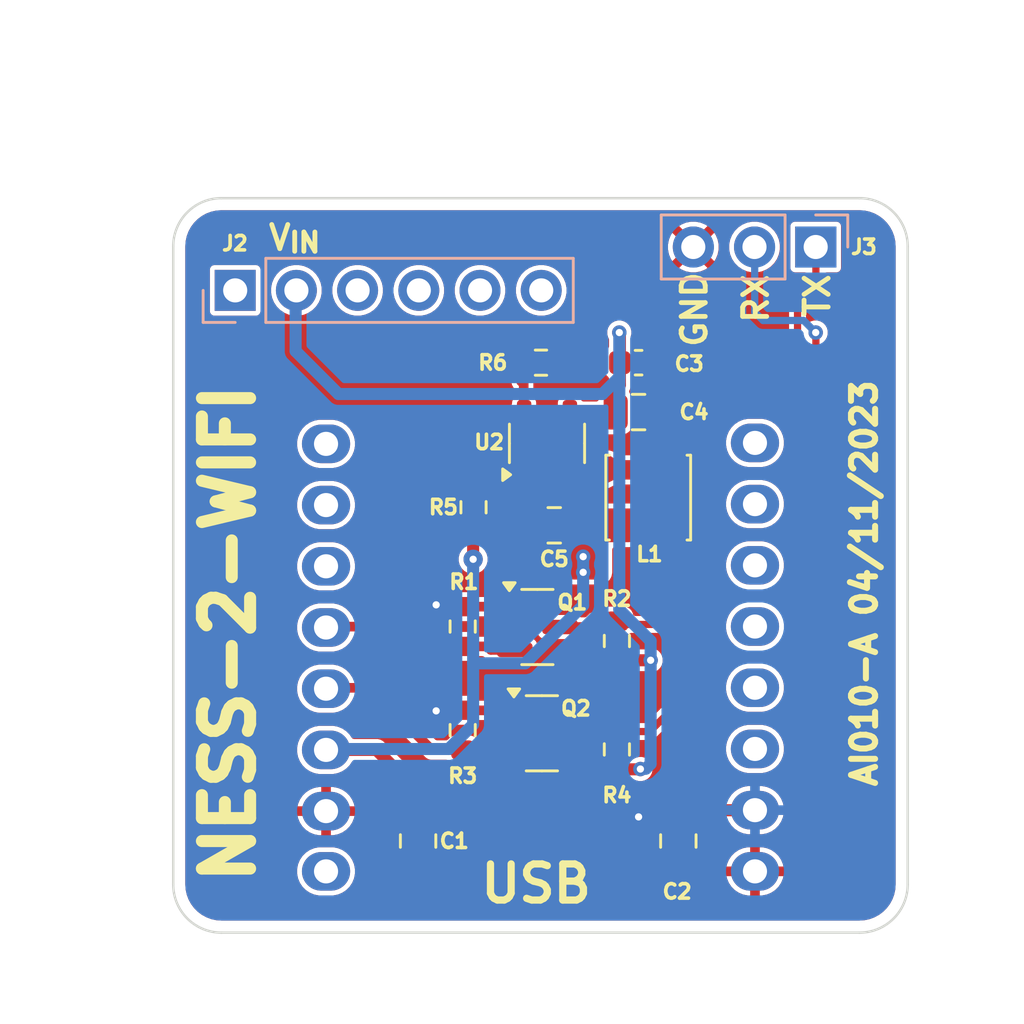
<source format=kicad_pcb>
(kicad_pcb (version 20241229) (generator "pcbnew") (generator_version "9.0")
  (layers (0 "F.Cu" signal) (2 "B.Cu" signal) (13 "F.Paste" user) (15 "B.Paste" user) (5 "F.SilkS" user "F.Silkscreen") (7 "B.SilkS" user "B.Silkscreen") (1 "F.Mask" user) (3 "B.Mask" user) (25 "Edge.Cuts" user))
  (net 0 "")
  (net 1 "GND")
  (net 2 "+5V")
  (net 3 "+3.3V")
  (net 4 "VDD")
  (net 10 "/RX")
  (net 11 "/TX")
  (net 12 "Net-(U2-PH)")
  (net 13 "/TX*")
  (net 14 "/RX*")
  (net 15 "Net-(U2-FB)")
  (footprint "Package_TO_SOT_SMD:SOT-23" (layer "F.Cu") (at 114.9875 102.93)
    (property "Reference" "Q2" (at 1.4125 -1.03 0) (layer "F.SilkS") (effects (font (size 0.6 0.6) (thickness 0.4))))
    (property "Value" "BSS123K-TP")
    (fp_line (start 0 -1.56) (end -0.65 -1.56) (stroke (width 0.12)) (layer "F.SilkS"))
    (fp_line (start 0 -1.56) (end 0.65 -1.56) (stroke (width 0.12)) (layer "F.SilkS"))
    (fp_line (start 0 1.56) (end -0.65 1.56) (stroke (width 0.12)) (layer "F.SilkS"))
    (fp_line (start 0 1.56) (end 0.65 1.56) (stroke (width 0.12)) (layer "F.SilkS"))
    (fp_poly (pts (xy -1.1625 -1.51) (xy -1.4025 -1.84) (xy -0.9225 -1.84)) (stroke (width 0.12)) (fill yes) (layer "F.SilkS"))
    (pad "1" smd roundrect (at -0.9375 -0.95) (size 1.475 0.6) (layers "F.Cu" "F.Mask" "F.Paste") (net 3 "+3.3V"))
    (pad "2" smd roundrect (at -0.9375 0.95) (size 1.475 0.6) (layers "F.Cu" "F.Mask" "F.Paste") (net 14 "/RX*"))
    (pad "3" smd roundrect (at 0.9375 0) (size 1.475 0.6) (layers "F.Cu" "F.Mask" "F.Paste") (net 10 "/RX"))
  )
  (footprint "Capacitor_SMD:C_0603_1608Metric" (layer "F.Cu") (at 119 87.55)
    (property "Reference" "C3" (at 2.1 0.05 0) (layer "F.SilkS") (effects (font (size 0.6 0.6) (thickness 0.4))))
    (property "Value" "100n0")
    (fp_line (start -0.14058 -0.51) (end 0.14058 -0.51) (stroke (width 0.12)) (layer "F.SilkS"))
    (fp_line (start -0.14058 0.51) (end 0.14058 0.51) (stroke (width 0.12)) (layer "F.SilkS"))
    (pad "1" smd roundrect (at -0.775 0) (size 0.9 0.95) (layers "F.Cu" "F.Mask" "F.Paste") (net 4 "VDD"))
    (pad "2" smd roundrect (at 0.775 0) (size 0.9 0.95) (layers "F.Cu" "F.Mask" "F.Paste") (net 1 "GND"))
  )
  (footprint "Package_TO_SOT_SMD:SOT-23" (layer "F.Cu") (at 114.8 98.52)
    (property "Reference" "Q1" (at 1.45 -1.02 0) (layer "F.SilkS") (effects (font (size 0.6 0.6) (thickness 0.4))))
    (property "Value" "BSS123K-TP")
    (fp_line (start 0 -1.56) (end -0.65 -1.56) (stroke (width 0.12)) (layer "F.SilkS"))
    (fp_line (start 0 -1.56) (end 0.65 -1.56) (stroke (width 0.12)) (layer "F.SilkS"))
    (fp_line (start 0 1.56) (end -0.65 1.56) (stroke (width 0.12)) (layer "F.SilkS"))
    (fp_line (start 0 1.56) (end 0.65 1.56) (stroke (width 0.12)) (layer "F.SilkS"))
    (fp_poly (pts (xy -1.1625 -1.51) (xy -1.4025 -1.84) (xy -0.9225 -1.84)) (stroke (width 0.12)) (fill yes) (layer "F.SilkS"))
    (pad "1" smd roundrect (at -0.9375 -0.95) (size 1.475 0.6) (layers "F.Cu" "F.Mask" "F.Paste") (net 3 "+3.3V"))
    (pad "2" smd roundrect (at -0.9375 0.95) (size 1.475 0.6) (layers "F.Cu" "F.Mask" "F.Paste") (net 13 "/TX*"))
    (pad "3" smd roundrect (at 0.9375 0) (size 1.475 0.6) (layers "F.Cu" "F.Mask" "F.Paste") (net 11 "/TX"))
  )
  (footprint "Resistor_SMD:R_0603_1608Metric" (layer "F.Cu") (at 114.95 87.55)
    (property "Reference" "R6" (at -2 0 0) (layer "F.SilkS") (effects (font (size 0.6 0.6) (thickness 0.4))))
    (property "Value" "20k0")
    (fp_line (start -0.237258 -0.5225) (end 0.237258 -0.5225) (stroke (width 0.12)) (layer "F.SilkS"))
    (fp_line (start -0.237258 0.5225) (end 0.237258 0.5225) (stroke (width 0.12)) (layer "F.SilkS"))
    (pad "1" smd roundrect (at -0.825 0) (size 0.8 0.95) (layers "F.Cu" "F.Mask" "F.Paste") (net 15 "Net-(U2-FB)"))
    (pad "2" smd roundrect (at 0.825 0) (size 0.8 0.95) (layers "F.Cu" "F.Mask" "F.Paste") (net 1 "GND"))
  )
  (footprint "Resistor_SMD:R_0603_1608Metric" (layer "F.Cu") (at 112.15 93.55 90)
    (property "Reference" "R5" (at 0 -1.25 180) (layer "F.SilkS") (effects (font (size 0.6 0.6) (thickness 0.4))))
    (property "Value" "115K")
    (fp_line (start -0.237258 -0.5225) (end 0.237258 -0.5225) (stroke (width 0.12)) (layer "F.SilkS"))
    (fp_line (start -0.237258 0.5225) (end 0.237258 0.5225) (stroke (width 0.12)) (layer "F.SilkS"))
    (pad "1" smd roundrect (at -0.825 0 90) (size 0.8 0.95) (layers "F.Cu" "F.Mask" "F.Paste") (net 2 "+5V"))
    (pad "2" smd roundrect (at 0.825 0 90) (size 0.8 0.95) (layers "F.Cu" "F.Mask" "F.Paste") (net 15 "Net-(U2-FB)"))
  )
  (footprint "Resistor_SMD:R_0603_1608Metric" (layer "F.Cu") (at 118.1 99.1 90)
    (property "Reference" "R2" (at 1.75 0 180) (layer "F.SilkS") (effects (font (size 0.6 0.6) (thickness 0.4))))
    (property "Value" "10k0")
    (fp_line (start -0.237258 -0.5225) (end 0.237258 -0.5225) (stroke (width 0.12)) (layer "F.SilkS"))
    (fp_line (start -0.237258 0.5225) (end 0.237258 0.5225) (stroke (width 0.12)) (layer "F.SilkS"))
    (pad "1" smd roundrect (at -0.825 0 90) (size 0.8 0.95) (layers "F.Cu" "F.Mask" "F.Paste") (net 4 "VDD"))
    (pad "2" smd roundrect (at 0.825 0 90) (size 0.8 0.95) (layers "F.Cu" "F.Mask" "F.Paste") (net 11 "/TX"))
  )
  (footprint "Capacitor_SMD:C_0805_2012Metric" (layer "F.Cu") (at 115.5 94.3 180)
    (property "Reference" "C5" (at 0 -1.4 0) (layer "F.SilkS") (effects (font (size 0.6 0.6) (thickness 0.4))))
    (property "Value" "10u0")
    (fp_line (start -0.261252 0.735) (end 0.261252 0.735) (stroke (width 0.12)) (layer "F.SilkS"))
    (fp_line (start -0.261252 -0.735) (end 0.261252 -0.735) (stroke (width 0.12)) (layer "F.SilkS"))
    (pad "1" smd roundrect (at -0.95 0 180) (size 1 1.45) (layers "F.Cu" "F.Mask" "F.Paste") (net 2 "+5V"))
    (pad "2" smd roundrect (at 0.95 0 180) (size 1 1.45) (layers "F.Cu" "F.Mask" "F.Paste") (net 1 "GND"))
  )
  (footprint "RF_Module:ESP32-C3-BEETLE" (layer "F.Cu") (at 114.93 99.76 180)
    (property "Reference" "U1" (hide yes))
    (property "Value" "Beetle ESP32 - C3")
    (pad "1" thru_hole oval (at -8.9 -8.9 180) (size 2 1.6) (drill 1) (layers "*.Cu" "*.Mask") (net 1 "GND"))
    (pad "2" thru_hole oval (at -8.9 -6.36 180) (size 2 1.6) (drill 1) (layers "*.Cu" "*.Mask") (net 3 "+3.3V"))
    (pad "3" thru_hole oval (at -8.9 -3.82 180) (size 2 1.6) (drill 1) (layers "*.Cu" "*.Mask"))
    (pad "4" thru_hole oval (at -8.9 -1.28 180) (size 2 1.6) (drill 1) (layers "*.Cu" "*.Mask"))
    (pad "5" thru_hole oval (at -8.9 1.26 180) (size 2 1.6) (drill 1) (layers "*.Cu" "*.Mask"))
    (pad "6" thru_hole oval (at -8.9 3.8 180) (size 2 1.6) (drill 1) (layers "*.Cu" "*.Mask"))
    (pad "7" thru_hole oval (at -8.9 6.34 180) (size 2 1.6) (drill 1) (layers "*.Cu" "*.Mask"))
    (pad "8" thru_hole oval (at -8.9 8.88 180) (size 2 1.6) (drill 1) (layers "*.Cu" "*.Mask"))
    (pad "9" thru_hole oval (at 8.9 -8.9 180) (size 2 1.6) (drill 1) (layers "*.Cu" "*.Mask"))
    (pad "10" thru_hole oval (at 8.9 -6.4 180) (size 2 1.6) (drill 1) (layers "*.Cu" "*.Mask") (net 1 "GND"))
    (pad "11" thru_hole oval (at 8.9 -3.86 180) (size 2 1.6) (drill 1) (layers "*.Cu" "*.Mask") (net 2 "+5V"))
    (pad "12" thru_hole oval (at 8.9 -1.32 180) (size 2 1.6) (drill 1) (layers "*.Cu" "*.Mask") (net 14 "/RX*"))
    (pad "13" thru_hole oval (at 8.9 1.22 180) (size 2 1.6) (drill 1) (layers "*.Cu" "*.Mask") (net 13 "/TX*"))
    (pad "14" thru_hole oval (at 8.9 3.76 180) (size 2 1.6) (drill 1) (layers "*.Cu" "*.Mask"))
    (pad "15" thru_hole oval (at 8.9 6.3 180) (size 2 1.6) (drill 1) (layers "*.Cu" "*.Mask"))
    (pad "16" thru_hole oval (at 8.9 8.84 180) (size 2 1.6) (drill 1) (layers "*.Cu" "*.Mask"))
  )
  (footprint "Inductor_SMD:L_Sunlord_SWPA3010S" (layer "F.Cu") (at 119.4 93.15 -90)
    (property "Reference" "L1" (at 2.35 -0.05 180) (layer "F.SilkS") (effects (font (size 0.6 0.6) (thickness 0.4))))
    (property "Value" "78438336100")
    (fp_line (start -1.76 1.76) (end 1.76 1.76) (stroke (width 0.12)) (layer "F.SilkS"))
    (fp_line (start -1.76 1.76) (end -1.76 1.61) (stroke (width 0.12)) (layer "F.SilkS"))
    (fp_line (start 1.76 1.76) (end 1.76 1.61) (stroke (width 0.12)) (layer "F.SilkS"))
    (fp_line (start -1.76 -1.76) (end -1.76 -1.61) (stroke (width 0.12)) (layer "F.SilkS"))
    (fp_line (start -1.76 -1.76) (end 1.76 -1.76) (stroke (width 0.12)) (layer "F.SilkS"))
    (fp_line (start 1.76 -1.76) (end 1.76 -1.61) (stroke (width 0.12)) (layer "F.SilkS"))
    (pad "1" smd roundrect (at -1.15 0 270) (size 0.8 2.7) (layers "F.Cu" "F.Mask" "F.Paste") (net 12 "Net-(U2-PH)"))
    (pad "2" smd roundrect (at 1.15 0 270) (size 0.8 2.7) (layers "F.Cu" "F.Mask" "F.Paste") (net 2 "+5V"))
  )
  (footprint "Resistor_SMD:R_0603_1608Metric" (layer "F.Cu") (at 111.7 98.5 -90)
    (property "Reference" "R1" (at -1.85 -0.05 180) (layer "F.SilkS") (effects (font (size 0.6 0.6) (thickness 0.4))))
    (property "Value" "10k0")
    (fp_line (start -0.237258 0.5225) (end 0.237258 0.5225) (stroke (width 0.12)) (layer "F.SilkS"))
    (fp_line (start -0.237258 -0.5225) (end 0.237258 -0.5225) (stroke (width 0.12)) (layer "F.SilkS"))
    (pad "1" smd roundrect (at -0.825 0 270) (size 0.8 0.95) (layers "F.Cu" "F.Mask" "F.Paste") (net 3 "+3.3V"))
    (pad "2" smd roundrect (at 0.825 0 270) (size 0.8 0.95) (layers "F.Cu" "F.Mask" "F.Paste") (net 13 "/TX*"))
  )
  (footprint "Capacitor_SMD:C_0805_2012Metric" (layer "F.Cu") (at 119 89.6)
    (property "Reference" "C4" (at 2.3 0 0) (layer "F.SilkS") (effects (font (size 0.6 0.6) (thickness 0.4))))
    (property "Value" "10u0")
    (fp_line (start -0.261252 -0.735) (end 0.261252 -0.735) (stroke (width 0.12)) (layer "F.SilkS"))
    (fp_line (start -0.261252 0.735) (end 0.261252 0.735) (stroke (width 0.12)) (layer "F.SilkS"))
    (pad "1" smd roundrect (at -0.95 0) (size 1 1.45) (layers "F.Cu" "F.Mask" "F.Paste") (net 4 "VDD"))
    (pad "2" smd roundrect (at 0.95 0) (size 1 1.45) (layers "F.Cu" "F.Mask" "F.Paste") (net 1 "GND"))
  )
  (footprint "Capacitor_SMD:C_0805_2012Metric" (layer "F.Cu") (at 109.85 107.4 -90)
    (property "Reference" "C1" (at 0 -1.5 180) (layer "F.SilkS") (effects (font (size 0.6 0.6) (thickness 0.4))))
    (property "Value" "1u0")
    (fp_line (start -0.261252 0.735) (end 0.261252 0.735) (stroke (width 0.12)) (layer "F.SilkS"))
    (fp_line (start -0.261252 -0.735) (end 0.261252 -0.735) (stroke (width 0.12)) (layer "F.SilkS"))
    (pad "1" smd roundrect (at -0.95 0 270) (size 1 1.45) (layers "F.Cu" "F.Mask" "F.Paste") (net 2 "+5V"))
    (pad "2" smd roundrect (at 0.95 0 270) (size 1 1.45) (layers "F.Cu" "F.Mask" "F.Paste") (net 1 "GND"))
  )
  (footprint "Capacitor_SMD:C_0805_2012Metric" (layer "F.Cu") (at 120.65 107.4 -90)
    (property "Reference" "C2" (at 2.1 0.05 180) (layer "F.SilkS") (effects (font (size 0.6 0.6) (thickness 0.4))))
    (property "Value" "1u0")
    (fp_line (start -0.261252 0.735) (end 0.261252 0.735) (stroke (width 0.12)) (layer "F.SilkS"))
    (fp_line (start -0.261252 -0.735) (end 0.261252 -0.735) (stroke (width 0.12)) (layer "F.SilkS"))
    (pad "1" smd roundrect (at -0.95 0 270) (size 1 1.45) (layers "F.Cu" "F.Mask" "F.Paste") (net 3 "+3.3V"))
    (pad "2" smd roundrect (at 0.95 0 270) (size 1 1.45) (layers "F.Cu" "F.Mask" "F.Paste") (net 1 "GND"))
  )
  (footprint "Package_TO_SOT_SMD:SOT-23-5" (layer "F.Cu") (at 115.2 90.9 90)
    (property "Reference" "U2" (at 0.05 -2.4 180) (layer "F.SilkS") (effects (font (size 0.6 0.6) (thickness 0.4))))
    (property "Value" "TPS560200DBVR")
    (fp_line (start 0 -1.56) (end 0.8 -1.56) (stroke (width 0.12)) (layer "F.SilkS"))
    (fp_line (start 0 -1.56) (end -0.8 -1.56) (stroke (width 0.12)) (layer "F.SilkS"))
    (fp_line (start 0 1.56) (end 0.8 1.56) (stroke (width 0.12)) (layer "F.SilkS"))
    (fp_line (start 0 1.56) (end -0.8 1.56) (stroke (width 0.12)) (layer "F.SilkS"))
    (fp_poly (pts (xy -1.3 -1.51) (xy -1.54 -1.84) (xy -1.06 -1.84)) (stroke (width 0.12)) (fill yes) (layer "F.SilkS"))
    (pad "1" smd roundrect (at -1.1375 -0.95 90) (size 1.325 0.6) (layers "F.Cu" "F.Mask" "F.Paste") (net 4 "VDD"))
    (pad "2" smd roundrect (at -1.1375 0 90) (size 1.325 0.6) (layers "F.Cu" "F.Mask" "F.Paste") (net 1 "GND"))
    (pad "3" smd roundrect (at -1.1375 0.95 90) (size 1.325 0.6) (layers "F.Cu" "F.Mask" "F.Paste") (net 12 "Net-(U2-PH)"))
    (pad "4" smd roundrect (at 1.1375 0.95 90) (size 1.325 0.6) (layers "F.Cu" "F.Mask" "F.Paste") (net 4 "VDD"))
    (pad "5" smd roundrect (at 1.1375 -0.95 90) (size 1.325 0.6) (layers "F.Cu" "F.Mask" "F.Paste") (net 15 "Net-(U2-FB)"))
  )
  (footprint "Resistor_SMD:R_0603_1608Metric" (layer "F.Cu") (at 111.7 102.8 -90)
    (property "Reference" "R3" (at 1.9 0 180) (layer "F.SilkS") (effects (font (size 0.6 0.6) (thickness 0.4))))
    (property "Value" "10k0")
    (fp_line (start -0.237258 0.5225) (end 0.237258 0.5225) (stroke (width 0.12)) (layer "F.SilkS"))
    (fp_line (start -0.237258 -0.5225) (end 0.237258 -0.5225) (stroke (width 0.12)) (layer "F.SilkS"))
    (pad "1" smd roundrect (at -0.825 0 270) (size 0.8 0.95) (layers "F.Cu" "F.Mask" "F.Paste") (net 3 "+3.3V"))
    (pad "2" smd roundrect (at 0.825 0 270) (size 0.8 0.95) (layers "F.Cu" "F.Mask" "F.Paste") (net 14 "/RX*"))
  )
  (footprint "Resistor_SMD:R_0603_1608Metric" (layer "F.Cu") (at 118.1 103.6 90)
    (property "Reference" "R4" (at -1.9 0 180) (layer "F.SilkS") (effects (font (size 0.6 0.6) (thickness 0.4))))
    (property "Value" "10k0")
    (fp_line (start -0.237258 -0.5225) (end 0.237258 -0.5225) (stroke (width 0.12)) (layer "F.SilkS"))
    (fp_line (start -0.237258 0.5225) (end 0.237258 0.5225) (stroke (width 0.12)) (layer "F.SilkS"))
    (pad "1" smd roundrect (at -0.825 0 90) (size 0.8 0.95) (layers "F.Cu" "F.Mask" "F.Paste") (net 4 "VDD"))
    (pad "2" smd roundrect (at 0.825 0 90) (size 0.8 0.95) (layers "F.Cu" "F.Mask" "F.Paste") (net 10 "/RX"))
  )
  (footprint "Connector_PinSocket_2.54mm:PinSocket_1x06_P2.54mm_Vertical" (layer "B.Cu") (at 102.26 84.55 -90)
    (property "Reference" "J2" (at -1.95 0.01 0) (layer "F.SilkS") (effects (font (size 0.6 0.6) (thickness 0.4) (bold yes))))
    (property "Value" "PPTC061LFBN-RC")
    (fp_line (start 0 1.33) (end 1.33 1.33) (stroke (width 0.12)) (layer "B.SilkS"))
    (fp_line (start 1.33 1.33) (end 1.33 0) (stroke (width 0.12)) (layer "B.SilkS"))
    (fp_line (start -1.33 -1.27) (end 1.33 -1.27) (stroke (width 0.12)) (layer "B.SilkS"))
    (fp_line (start -1.33 -1.27) (end -1.33 -14.03) (stroke (width 0.12)) (layer "B.SilkS"))
    (fp_line (start 1.33 -1.27) (end 1.33 -14.03) (stroke (width 0.12)) (layer "B.SilkS"))
    (fp_line (start -1.33 -14.03) (end 1.33 -14.03) (stroke (width 0.12)) (layer "B.SilkS"))
    (pad "1" thru_hole rect (at 0 0 270) (size 1.7 1.7) (drill 1) (layers "*.Cu" "*.Mask"))
    (pad "2" thru_hole circle (at 0 -2.54 270) (size 1.7 1.7) (drill 1) (layers "*.Cu" "*.Mask") (net 4 "VDD"))
    (pad "3" thru_hole circle (at 0 -5.08 270) (size 1.7 1.7) (drill 1) (layers "*.Cu" "*.Mask"))
    (pad "4" thru_hole circle (at 0 -7.62 270) (size 1.7 1.7) (drill 1) (layers "*.Cu" "*.Mask"))
    (pad "5" thru_hole circle (at 0 -10.16 270) (size 1.7 1.7) (drill 1) (layers "*.Cu" "*.Mask"))
    (pad "6" thru_hole circle (at 0 -12.7 270) (size 1.7 1.7) (drill 1) (layers "*.Cu" "*.Mask"))
  )
  (footprint "Connector_PinSocket_2.54mm:PinSocket_1x03_P2.54mm_Vertical" (layer "B.Cu") (at 126.35 82.75 90)
    (property "Reference" "J3" (at 0 2 0) (layer "F.SilkS") (effects (font (size 0.6 0.6) (thickness 0.15) (bold yes))))
    (property "Value" "PPPC031LFBN-RC")
    (fp_line (start -1.33 -6.41) (end 1.33 -6.41) (stroke (width 0.12)) (layer "B.SilkS"))
    (fp_line (start 1.33 -1.27) (end 1.33 -6.41) (stroke (width 0.12)) (layer "B.SilkS"))
    (fp_line (start -1.33 -1.27) (end -1.33 -6.41) (stroke (width 0.12)) (layer "B.SilkS"))
    (fp_line (start -1.33 -1.27) (end 1.33 -1.27) (stroke (width 0.12)) (layer "B.SilkS"))
    (fp_line (start 1.33 1.33) (end 1.33 0) (stroke (width 0.12)) (layer "B.SilkS"))
    (fp_line (start 0 1.33) (end 1.33 1.33) (stroke (width 0.12)) (layer "B.SilkS"))
    (pad "1" thru_hole rect (at 0 0 90) (size 1.7 1.7) (drill 1) (layers "*.Cu" "*.Mask") (net 11 "/TX"))
    (pad "2" thru_hole circle (at 0 -2.54 90) (size 1.7 1.7) (drill 1) (layers "*.Cu" "*.Mask") (net 10 "/RX"))
    (pad "3" thru_hole circle (at 0 -5.08 90) (size 1.7 1.7) (drill 1) (layers "*.Cu" "*.Mask") (net 1 "GND"))
  )
  (gr_circle (center 112.13436 95.70907) (end 112.53436 95.70907) (fill yes) (layer "F.Cu") (net 2))
  (gr_poly (pts (xy 127.20836 81.90507) (xy 125.50836 81.90507) (xy 125.50836 83.60507) (xy 127.20836 83.60507)) (fill yes) (layer "B.Cu") (net 11))
  (gr_circle (center 123.81836 82.75507) (end 124.66836 82.75507) (fill yes) (layer "B.Cu") (net 10))
  (gr_circle (center 112.13436 95.70907) (end 112.53436 95.70907) (fill yes) (layer "B.Cu") (net 2))
  (gr_circle (center 121.27836 82.75507) (end 122.12836 82.75507) (fill yes) (layer "B.Cu") (net 1))
  (gr_line (start 130.16836 82.72307) (end 130.16836 109.20307) (stroke (width 0.1)) (layer "Edge.Cuts"))
  (gr_line (start 128.16836 111.20307) (end 101.68836 111.20307) (stroke (width 0.1)) (layer "Edge.Cuts"))
  (gr_arc (start 130.16836 109.20307) (mid 129.582574 110.617284) (end 128.16836 111.20307) (stroke (width 0.1)) (layer "Edge.Cuts"))
  (gr_arc (start 99.68836 82.72307) (mid 100.274146 81.308856) (end 101.68836 80.72307) (stroke (width 0.1)) (layer "Edge.Cuts"))
  (gr_arc (start 101.68836 111.20307) (mid 100.274146 110.617284) (end 99.68836 109.20307) (stroke (width 0.1)) (layer "Edge.Cuts"))
  (gr_line (start 99.68836 109.20307) (end 99.68836 82.72307) (stroke (width 0.1)) (layer "Edge.Cuts"))
  (gr_line (start 101.68836 80.72307) (end 128.16836 80.72307) (stroke (width 0.1)) (layer "Edge.Cuts"))
  (gr_arc (start 128.16836 80.72307) (mid 129.582574 81.308856) (end 130.16836 82.72307) (stroke (width 0.1)) (layer "Edge.Cuts"))
  (gr_text "USB" (at 112.3 110.05 0) (layer "F.SilkS") (effects (font (size 1.5 1.5) (thickness 0.3) (bold yes)) (justify left bottom)))
  (gr_text "AI010-A 04/11/2023" (at 128.95 105.25 90) (layer "F.SilkS") (effects (font (size 1 1) (thickness 0.25) (bold yes)) (justify left bottom)))
  (gr_text "TX" (at 127 85.75 90) (layer "F.SilkS") (effects (font (size 1 1) (thickness 0.2) (bold yes)) (justify left bottom)))
  (gr_text "V_{IN}\n" (at 103.55 82.95 0) (layer "F.SilkS") (effects (font (size 1 1) (thickness 0.2) (bold yes)) (justify left bottom)))
  (gr_text "RX" (at 124.45 86 90) (layer "F.SilkS") (effects (font (size 1 1) (thickness 0.2) (bold yes)) (justify left bottom)))
  (gr_text "GND\n" (at 121.9 87 90) (layer "F.SilkS") (effects (font (size 1 1) (thickness 0.2) (bold yes)) (justify left bottom)))
  (gr_text "NESS-2-WIFI" (at 103.15 109.35 90) (layer "F.SilkS") (effects (font (size 2 2) (thickness 0.5) (bold yes)) (justify left bottom)))
  (segment (start 109.85 105.35) (end 108.12 103.62) (width 0.5) (layer "F.Cu") (net 2))
  (segment (start 112.13436 94.40207) (end 112.13436 95.70907) (width 0.5) (layer "F.Cu") (net 2))
  (segment (start 108.12 103.62) (end 106.03 103.62) (width 0.5) (layer "F.Cu") (net 2))
  (segment (start 109.85 106.45) (end 109.85 105.35) (width 0.5) (layer "F.Cu") (net 2))
  (via (at 112.13436 95.70907) (size 0.6) (drill 0.3) (layers "F.Cu" "B.Cu") (net 2))
  (via (at 116.7 95.6) (size 0.6) (drill 0.3) (layers "F.Cu" "B.Cu") (net 2))
  (via (at 116.7 96.25) (size 0.6) (drill 0.3) (layers "F.Cu" "B.Cu") (net 2))
  (segment (start 106.03836 103.58307) (end 111.11836 103.58307) (width 0.5) (layer "B.Cu") (net 2))
  (segment (start 116.7 95.6) (end 116.7 96.25) (width 0.5) (layer "B.Cu") (net 2))
  (segment (start 116.7 97.62043) (end 114.29336 100.02707) (width 0.5) (layer "B.Cu") (net 2))
  (segment (start 114.29336 100.02707) (end 112.13436 100.02707) (width 0.5) (layer "B.Cu") (net 2))
  (segment (start 116.7 96.25) (end 116.7 97.62043) (width 0.5) (layer "B.Cu") (net 2))
  (segment (start 111.11836 103.58307) (end 112.13436 102.56707) (width 0.5) (layer "B.Cu") (net 2))
  (segment (start 112.13436 100.02707) (end 112.13436 95.70907) (width 0.5) (layer "B.Cu") (net 2))
  (segment (start 112.13436 102.56707) (end 112.13436 100.02707) (width 0.5) (layer "B.Cu") (net 2))
  (segment (start 112.875 97.675) (end 111.7 97.675) (width 0.4) (layer "F.Cu") (net 3))
  (segment (start 123.81836 106.12307) (end 122.17693 106.12307) (width 0.5) (layer "F.Cu") (net 3))
  (segment (start 113.8625 97.57) (end 112.98 97.57) (width 0.4) (layer "F.Cu") (net 3))
  (segment (start 111.7 97.675) (end 110.675 97.675) (width 0.5) (layer "F.Cu") (net 3))
  (segment (start 122.17693 106.12307) (end 121.85 106.45) (width 0.5) (layer "F.Cu") (net 3))
  (segment (start 120.65 106.45) (end 119.05 106.45) (width 0.5) (layer "F.Cu") (net 3))
  (segment (start 111.7 101.975) (end 110.625 101.975) (width 0.5) (layer "F.Cu") (net 3))
  (segment (start 121.85 106.45) (end 120.65 106.45) (width 0.5) (layer "F.Cu") (net 3))
  (segment (start 122.18 106.12) (end 121.85 106.45) (width 0.4) (layer "F.Cu") (net 3))
  (segment (start 119.05 106.45) (end 119 106.4) (width 0.5) (layer "F.Cu") (net 3))
  (segment (start 123.83 106.12) (end 122.18 106.12) (width 0.4) (layer "F.Cu") (net 3))
  (segment (start 110.625 101.975) (end 110.6 102) (width 0.5) (layer "F.Cu") (net 3))
  (segment (start 114.05 101.98) (end 111.705 101.98) (width 0.4) (layer "F.Cu") (net 3))
  (segment (start 112.98 97.57) (end 112.875 97.675) (width 0.4) (layer "F.Cu") (net 3))
  (segment (start 110.675 97.675) (end 110.6 97.6) (width 0.5) (layer "F.Cu") (net 3))
  (via (at 110.6 97.6) (size 0.6) (drill 0.3) (layers "F.Cu" "B.Cu") (net 3))
  (via (at 110.6 102) (size 0.6) (drill 0.3) (layers "F.Cu" "B.Cu") (net 3))
  (via (at 119 106.4) (size 0.6) (drill 0.3) (layers "F.Cu" "B.Cu") (net 3))
  (segment (start 116.13236 89.74557) (end 116.26486 89.61307) (width 0.5) (layer "F.Cu") (net 4))
  (segment (start 114.25 91.05) (end 114.4 90.9) (width 0.4) (layer "F.Cu") (net 4))
  (segment (start 116.26486 89.61307) (end 118.04236 89.61307) (width 0.5) (layer "F.Cu") (net 4))
  (segment (start 118.225 87.55) (end 118.225 86.325) (width 0.5) (layer "F.Cu") (net 4))
  (segment (start 119.5 99.9) (end 118.125 99.9) (width 0.5) (layer "F.Cu") (net 4))
  (segment (start 118.225 88.475) (end 118.225 87.55) (width 0.5) (layer "F.Cu") (net 4))
  (segment (start 119.063547 104.425) (end 119.075 104.413547) (width 0.5) (layer "F.Cu") (net 4))
  (segment (start 114.4 90.9) (end 116 90.9) (width 0.4) (layer "F.Cu") (net 4))
  (segment (start 116.15 90.75) (end 116 90.9) (width 0.4) (layer "F.Cu") (net 4))
  (segment (start 116.15 89.7625) (end 116.15 90.75) (width 0.4) (layer "F.Cu") (net 4))
  (segment (start 118.1 104.425) (end 119.063547 104.425) (width 0.5) (layer "F.Cu") (net 4))
  (segment (start 114.25 92.0375) (end 114.25 91.05) (width 0.4) (layer "F.Cu") (net 4))
  (segment (start 118.225 86.325) (end 118.2 86.3) (width 0.5) (layer "F.Cu") (net 4))
  (segment (start 118.05 89.6) (end 118.05 88.65) (width 0.5) (layer "F.Cu") (net 4))
  (segment (start 118.05 88.65) (end 118.225 88.475) (width 0.5) (layer "F.Cu") (net 4))
  (via (at 118.2 86.3) (size 0.6) (drill 0.3) (layers "F.Cu" "B.Cu") (net 4))
  (via (at 119.075 104.413547) (size 0.6) (drill 0.3) (layers "F.Cu" "B.Cu") (net 4))
  (via (at 119.5 99.9) (size 0.6) (drill 0.3) (layers "F.Cu" "B.Cu") (net 4))
  (segment (start 119.5 99.1) (end 119.5 99.9) (width 0.5) (layer "B.Cu") (net 4))
  (segment (start 118.2 97.8) (end 119.5 99.1) (width 0.5) (layer "B.Cu") (net 4))
  (segment (start 106.54636 88.85107) (end 117.5 88.85107) (width 0.5) (layer "B.Cu") (net 4))
  (segment (start 104.76836 87.07307) (end 106.54636 88.85107) (width 0.5) (layer "B.Cu") (net 4))
  (segment (start 119.5 104.2) (end 119.3 104.4) (width 0.5) (layer "B.Cu") (net 4))
  (segment (start 104.76836 87.07307) (end 104.76836 84.53307) (width 0.5) (layer "B.Cu") (net 4))
  (segment (start 119.061453 104.4) (end 119.075 104.413547) (width 0.5) (layer "B.Cu") (net 4))
  (segment (start 118.2 88.15107) (end 117.5 88.85107) (width 0.5) (layer "B.Cu") (net 4))
  (segment (start 119.5 99.9) (end 119.5 104.2) (width 0.5) (layer "B.Cu") (net 4))
  (segment (start 119.3 104.4) (end 119.061453 104.4) (width 0.5) (layer "B.Cu") (net 4))
  (segment (start 118.2 86.3) (end 118.2 88.15107) (width 0.5) (layer "B.Cu") (net 4))
  (segment (start 118.2 88.15107) (end 118.2 97.8) (width 0.5) (layer "B.Cu") (net 4))
  (segment (start 117.12 102.93) (end 117.275 102.775) (width 0.4) (layer "F.Cu") (net 10))
  (segment (start 115.925 102.93) (end 117.12 102.93) (width 0.4) (layer "F.Cu") (net 10))
  (segment (start 117.275 102.775) (end 118.1 102.775) (width 0.4) (layer "F.Cu") (net 10))
  (segment (start 126.35836 86.30836) (end 126.35836 98.50307) (width 0.3) (layer "F.Cu") (net 10))
  (segment (start 126.35836 98.50307) (end 125.08836 99.77307) (width 0.3) (layer "F.Cu") (net 10))
  (segment (start 122.54836 99.77307) (end 119.46336 102.85807) (width 0.3) (layer "F.Cu") (net 10))
  (segment (start 119.46336 102.85807) (end 118.10336 102.85807) (width 0.3) (layer "F.Cu") (net 10))
  (segment (start 126.35836 86.30836) (end 126.35 86.3) (width 0.3) (layer "F.Cu") (net 10))
  (segment (start 125.08836 99.77307) (end 122.54836 99.77307) (width 0.3) (layer "F.Cu") (net 10))
  (via (at 126.35 86.3) (size 0.6) (drill 0.3) (layers "F.Cu" "B.Cu") (net 10))
  (segment (start 124.16836 85.8) (end 123.81836 85.45) (width 0.3) (layer "B.Cu") (net 10))
  (segment (start 125.85 85.8) (end 124.16836 85.8) (width 0.3) (layer "B.Cu") (net 10))
  (segment (start 123.81836 85.45) (end 123.81836 82.75507) (width 0.3) (layer "B.Cu") (net 10))
  (segment (start 126.35 86.3) (end 125.85 85.8) (width 0.3) (layer "B.Cu") (net 10))
  (segment (start 115.7375 98.52) (end 116.98 98.52) (width 0.4) (layer "F.Cu") (net 11))
  (segment (start 125.59636 96.72507) (end 125.59636 85.29507) (width 0.3) (layer "F.Cu") (net 11))
  (segment (start 125.59636 85.29507) (end 126.35836 84.53307) (width 0.3) (layer "F.Cu") (net 11))
  (segment (start 118.10336 98.41307) (end 120.86036 98.41307) (width 0.3) (layer "F.Cu") (net 11))
  (segment (start 120.86036 98.41307) (end 122.11036 97.16307) (width 0.3) (layer "F.Cu") (net 11))
  (segment (start 122.11036 97.16307) (end 125.15836 97.16307) (width 0.3) (layer "F.Cu") (net 11))
  (segment (start 126.35836 84.53307) (end 126.35836 82.75507) (width 0.3) (layer "F.Cu") (net 11))
  (segment (start 125.15836 97.16307) (end 125.59636 96.72507) (width 0.3) (layer "F.Cu") (net 11))
  (segment (start 117.225 98.275) (end 118.1 98.275) (width 0.4) (layer "F.Cu") (net 11))
  (segment (start 116.98 98.52) (end 117.225 98.275) (width 0.4) (layer "F.Cu") (net 11))
  (segment (start 112.87 99.47) (end 112.725 99.325) (width 0.4) (layer "F.Cu") (net 13))
  (segment (start 112.725 99.325) (end 111.7 99.325) (width 0.4) (layer "F.Cu") (net 13))
  (segment (start 109.05307 98.50307) (end 106.03836 98.50307) (width 0.4) (layer "F.Cu") (net 13))
  (segment (start 113.8625 99.47) (end 112.87 99.47) (width 0.4) (layer "F.Cu") (net 13))
  (segment (start 109.875 99.325) (end 109.05307 98.50307) (width 0.4) (layer "F.Cu") (net 13))
  (segment (start 111.7 99.325) (end 109.875 99.325) (width 0.4) (layer "F.Cu") (net 13))
  (segment (start 114.05 103.88) (end 113.18 103.88) (width 0.4) (layer "F.Cu") (net 14))
  (segment (start 113.18 103.88) (end 112.925 103.625) (width 0.4) (layer "F.Cu") (net 14))
  (segment (start 110.425 103.625) (end 107.84307 101.04307) (width 0.4) (layer "F.Cu") (net 14))
  (segment (start 111.7 103.625) (end 110.425 103.625) (width 0.4) (layer "F.Cu") (net 14))
  (segment (start 107.84307 101.04307) (end 106.03836 101.04307) (width 0.4) (layer "F.Cu") (net 14))
  (segment (start 112.925 103.625) (end 111.7 103.625) (width 0.4) (layer "F.Cu") (net 14))
  (segment (start 112.75443 89.74557) (end 114.23236 89.74557) (width 0.4) (layer "F.Cu") (net 15))
  (segment (start 112.15 90.35) (end 112.75443 89.74557) (width 0.4) (layer "F.Cu") (net 15))
  (segment (start 112.15 92.725) (end 112.15 90.35) (width 0.4) (layer "F.Cu") (net 15))
  (segment (start 114.125 88.325) (end 114.125 87.55) (width 0.4) (layer "F.Cu") (net 15))
  (segment (start 114.23236 88.43236) (end 114.125 88.325) (width 0.4) (layer "F.Cu") (net 15))
  (segment (start 114.23236 89.74557) (end 114.23236 88.43236) (width 0.4) (layer "F.Cu") (net 15))
  (zone (net 2) (net_name "+5V") (layer "F.Cu") (priority 1) (connect_pads yes (clearance 0.2)) (min_thickness 0.2) (fill yes (thermal_gap 0.2) (thermal_bridge_width 0.4) (smoothing fillet) (radius 0.3))
    (polygon (pts (xy 116 93.6) (xy 118.8 93.6) (xy 119 93.8) (xy 120.7 93.8) (xy 120.7 94.8) (xy 118.966668 94.8) (xy 118.7 95) (xy 117.7 95) (xy 117.7 96.55) (xy 116 96.55) (xy 116 95)))
  )
  (zone (net 1) (net_name "GND") (layer "F.Cu") (connect_pads (clearance 0.2)) (min_thickness 0.2) (fill yes (thermal_gap 0.2) (thermal_bridge_width 0.4))
    (polygon (pts (xy 95 75) (xy 135 75) (xy 135 115) (xy 95 115)))
  )
  (zone (net 12) (net_name "Net-(U2-PH)") (layer "F.Cu") (priority 2) (connect_pads yes (clearance 0.2)) (min_thickness 0.2) (fill yes (thermal_gap 0.2) (thermal_bridge_width 0.4))
    (polygon (pts (xy 115.9 91.4) (xy 117.8 91.4) (xy 118.1 91.6) (xy 119.3 91.6) (xy 119.3 92.4) (xy 118 92.4) (xy 117.4 92.7) (xy 115.9 92.7)))
  )
  (zone (net 3) (net_name "+3.3V") (layer "B.Cu") (connect_pads (clearance 0.2)) (min_thickness 0.2) (fill yes (thermal_gap 0.2) (thermal_bridge_width 0.4))
    (polygon (pts (xy 92.5 72.5) (xy 132.5 72.5) (xy 132.5 112.5) (xy 92.5 112.5)))
  )
)
</source>
